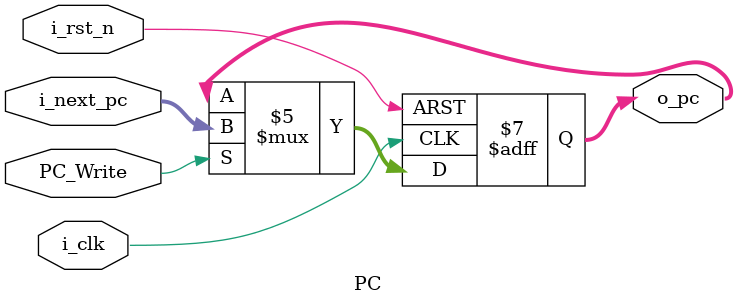
<source format=v>
module PC(i_next_pc,o_pc,i_rst_n,i_clk,PC_Write);
	input [31:0] i_next_pc;
 	input i_rst_n,i_clk,PC_Write;
	output reg [31:0] o_pc;

	always @ (posedge i_clk or negedge i_rst_n) // clock is rising edge or reset is falling edge
	begin
		if(i_rst_n==0) o_pc <= 32'h0000_0000; // if Reset is ON, then output is 0
		else if(PC_Write==1) o_pc <= i_next_pc; // if Reset is OFF, then output is next pc
		else o_pc <= o_pc;
	end

endmodule

</source>
